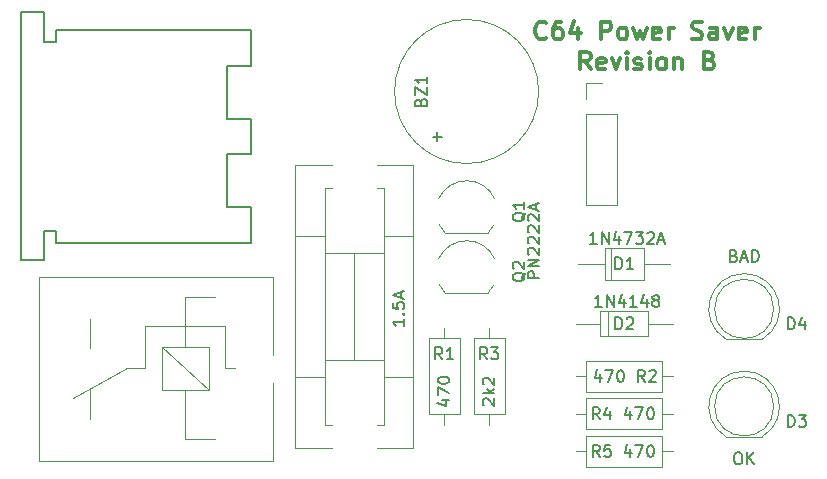
<source format=gto>
G04 #@! TF.FileFunction,Legend,Top*
%FSLAX46Y46*%
G04 Gerber Fmt 4.6, Leading zero omitted, Abs format (unit mm)*
G04 Created by KiCad (PCBNEW 4.0.7) date 09/30/18 16:00:42*
%MOMM*%
%LPD*%
G01*
G04 APERTURE LIST*
%ADD10C,0.100000*%
%ADD11C,0.300000*%
%ADD12C,0.120000*%
%ADD13C,0.150000*%
G04 APERTURE END LIST*
D10*
D11*
X106435002Y-69110714D02*
X106363573Y-69182143D01*
X106149287Y-69253571D01*
X106006430Y-69253571D01*
X105792145Y-69182143D01*
X105649287Y-69039286D01*
X105577859Y-68896429D01*
X105506430Y-68610714D01*
X105506430Y-68396429D01*
X105577859Y-68110714D01*
X105649287Y-67967857D01*
X105792145Y-67825000D01*
X106006430Y-67753571D01*
X106149287Y-67753571D01*
X106363573Y-67825000D01*
X106435002Y-67896429D01*
X107720716Y-67753571D02*
X107435002Y-67753571D01*
X107292145Y-67825000D01*
X107220716Y-67896429D01*
X107077859Y-68110714D01*
X107006430Y-68396429D01*
X107006430Y-68967857D01*
X107077859Y-69110714D01*
X107149287Y-69182143D01*
X107292145Y-69253571D01*
X107577859Y-69253571D01*
X107720716Y-69182143D01*
X107792145Y-69110714D01*
X107863573Y-68967857D01*
X107863573Y-68610714D01*
X107792145Y-68467857D01*
X107720716Y-68396429D01*
X107577859Y-68325000D01*
X107292145Y-68325000D01*
X107149287Y-68396429D01*
X107077859Y-68467857D01*
X107006430Y-68610714D01*
X109149287Y-68253571D02*
X109149287Y-69253571D01*
X108792144Y-67682143D02*
X108435001Y-68753571D01*
X109363573Y-68753571D01*
X111077858Y-69253571D02*
X111077858Y-67753571D01*
X111649286Y-67753571D01*
X111792144Y-67825000D01*
X111863572Y-67896429D01*
X111935001Y-68039286D01*
X111935001Y-68253571D01*
X111863572Y-68396429D01*
X111792144Y-68467857D01*
X111649286Y-68539286D01*
X111077858Y-68539286D01*
X112792144Y-69253571D02*
X112649286Y-69182143D01*
X112577858Y-69110714D01*
X112506429Y-68967857D01*
X112506429Y-68539286D01*
X112577858Y-68396429D01*
X112649286Y-68325000D01*
X112792144Y-68253571D01*
X113006429Y-68253571D01*
X113149286Y-68325000D01*
X113220715Y-68396429D01*
X113292144Y-68539286D01*
X113292144Y-68967857D01*
X113220715Y-69110714D01*
X113149286Y-69182143D01*
X113006429Y-69253571D01*
X112792144Y-69253571D01*
X113792144Y-68253571D02*
X114077858Y-69253571D01*
X114363572Y-68539286D01*
X114649287Y-69253571D01*
X114935001Y-68253571D01*
X116077858Y-69182143D02*
X115935001Y-69253571D01*
X115649287Y-69253571D01*
X115506430Y-69182143D01*
X115435001Y-69039286D01*
X115435001Y-68467857D01*
X115506430Y-68325000D01*
X115649287Y-68253571D01*
X115935001Y-68253571D01*
X116077858Y-68325000D01*
X116149287Y-68467857D01*
X116149287Y-68610714D01*
X115435001Y-68753571D01*
X116792144Y-69253571D02*
X116792144Y-68253571D01*
X116792144Y-68539286D02*
X116863572Y-68396429D01*
X116935001Y-68325000D01*
X117077858Y-68253571D01*
X117220715Y-68253571D01*
X118792143Y-69182143D02*
X119006429Y-69253571D01*
X119363572Y-69253571D01*
X119506429Y-69182143D01*
X119577858Y-69110714D01*
X119649286Y-68967857D01*
X119649286Y-68825000D01*
X119577858Y-68682143D01*
X119506429Y-68610714D01*
X119363572Y-68539286D01*
X119077858Y-68467857D01*
X118935000Y-68396429D01*
X118863572Y-68325000D01*
X118792143Y-68182143D01*
X118792143Y-68039286D01*
X118863572Y-67896429D01*
X118935000Y-67825000D01*
X119077858Y-67753571D01*
X119435000Y-67753571D01*
X119649286Y-67825000D01*
X120935000Y-69253571D02*
X120935000Y-68467857D01*
X120863571Y-68325000D01*
X120720714Y-68253571D01*
X120435000Y-68253571D01*
X120292143Y-68325000D01*
X120935000Y-69182143D02*
X120792143Y-69253571D01*
X120435000Y-69253571D01*
X120292143Y-69182143D01*
X120220714Y-69039286D01*
X120220714Y-68896429D01*
X120292143Y-68753571D01*
X120435000Y-68682143D01*
X120792143Y-68682143D01*
X120935000Y-68610714D01*
X121506429Y-68253571D02*
X121863572Y-69253571D01*
X122220714Y-68253571D01*
X123363571Y-69182143D02*
X123220714Y-69253571D01*
X122935000Y-69253571D01*
X122792143Y-69182143D01*
X122720714Y-69039286D01*
X122720714Y-68467857D01*
X122792143Y-68325000D01*
X122935000Y-68253571D01*
X123220714Y-68253571D01*
X123363571Y-68325000D01*
X123435000Y-68467857D01*
X123435000Y-68610714D01*
X122720714Y-68753571D01*
X124077857Y-69253571D02*
X124077857Y-68253571D01*
X124077857Y-68539286D02*
X124149285Y-68396429D01*
X124220714Y-68325000D01*
X124363571Y-68253571D01*
X124506428Y-68253571D01*
X110185000Y-71803571D02*
X109685000Y-71089286D01*
X109327857Y-71803571D02*
X109327857Y-70303571D01*
X109899285Y-70303571D01*
X110042143Y-70375000D01*
X110113571Y-70446429D01*
X110185000Y-70589286D01*
X110185000Y-70803571D01*
X110113571Y-70946429D01*
X110042143Y-71017857D01*
X109899285Y-71089286D01*
X109327857Y-71089286D01*
X111399285Y-71732143D02*
X111256428Y-71803571D01*
X110970714Y-71803571D01*
X110827857Y-71732143D01*
X110756428Y-71589286D01*
X110756428Y-71017857D01*
X110827857Y-70875000D01*
X110970714Y-70803571D01*
X111256428Y-70803571D01*
X111399285Y-70875000D01*
X111470714Y-71017857D01*
X111470714Y-71160714D01*
X110756428Y-71303571D01*
X111970714Y-70803571D02*
X112327857Y-71803571D01*
X112684999Y-70803571D01*
X113256428Y-71803571D02*
X113256428Y-70803571D01*
X113256428Y-70303571D02*
X113184999Y-70375000D01*
X113256428Y-70446429D01*
X113327856Y-70375000D01*
X113256428Y-70303571D01*
X113256428Y-70446429D01*
X113899285Y-71732143D02*
X114042142Y-71803571D01*
X114327857Y-71803571D01*
X114470714Y-71732143D01*
X114542142Y-71589286D01*
X114542142Y-71517857D01*
X114470714Y-71375000D01*
X114327857Y-71303571D01*
X114113571Y-71303571D01*
X113970714Y-71232143D01*
X113899285Y-71089286D01*
X113899285Y-71017857D01*
X113970714Y-70875000D01*
X114113571Y-70803571D01*
X114327857Y-70803571D01*
X114470714Y-70875000D01*
X115185000Y-71803571D02*
X115185000Y-70803571D01*
X115185000Y-70303571D02*
X115113571Y-70375000D01*
X115185000Y-70446429D01*
X115256428Y-70375000D01*
X115185000Y-70303571D01*
X115185000Y-70446429D01*
X116113572Y-71803571D02*
X115970714Y-71732143D01*
X115899286Y-71660714D01*
X115827857Y-71517857D01*
X115827857Y-71089286D01*
X115899286Y-70946429D01*
X115970714Y-70875000D01*
X116113572Y-70803571D01*
X116327857Y-70803571D01*
X116470714Y-70875000D01*
X116542143Y-70946429D01*
X116613572Y-71089286D01*
X116613572Y-71517857D01*
X116542143Y-71660714D01*
X116470714Y-71732143D01*
X116327857Y-71803571D01*
X116113572Y-71803571D01*
X117256429Y-70803571D02*
X117256429Y-71803571D01*
X117256429Y-70946429D02*
X117327857Y-70875000D01*
X117470715Y-70803571D01*
X117685000Y-70803571D01*
X117827857Y-70875000D01*
X117899286Y-71017857D01*
X117899286Y-71803571D01*
X120256429Y-71017857D02*
X120470715Y-71089286D01*
X120542143Y-71160714D01*
X120613572Y-71303571D01*
X120613572Y-71517857D01*
X120542143Y-71660714D01*
X120470715Y-71732143D01*
X120327857Y-71803571D01*
X119756429Y-71803571D01*
X119756429Y-70303571D01*
X120256429Y-70303571D01*
X120399286Y-70375000D01*
X120470715Y-70446429D01*
X120542143Y-70589286D01*
X120542143Y-70732143D01*
X120470715Y-70875000D01*
X120399286Y-70946429D01*
X120256429Y-71017857D01*
X119756429Y-71017857D01*
D12*
X110970000Y-92285000D02*
X110970000Y-94405000D01*
X110970000Y-94405000D02*
X115090000Y-94405000D01*
X115090000Y-94405000D02*
X115090000Y-92285000D01*
X115090000Y-92285000D02*
X110970000Y-92285000D01*
X108930000Y-93345000D02*
X110970000Y-93345000D01*
X117130000Y-93345000D02*
X115090000Y-93345000D01*
X111630000Y-92285000D02*
X111630000Y-94405000D01*
X123190462Y-97340000D02*
G75*
G03X121645170Y-102890000I-462J-2990000D01*
G01*
X123189538Y-97340000D02*
G75*
G02X124734830Y-102890000I462J-2990000D01*
G01*
X125690000Y-100330000D02*
G75*
G03X125690000Y-100330000I-2500000J0D01*
G01*
X121645000Y-102890000D02*
X124735000Y-102890000D01*
X123190462Y-89085000D02*
G75*
G03X121645170Y-94635000I-462J-2990000D01*
G01*
X123189538Y-89085000D02*
G75*
G02X124734830Y-94635000I462J-2990000D01*
G01*
X125690000Y-92075000D02*
G75*
G03X125690000Y-92075000I-2500000J0D01*
G01*
X121645000Y-94635000D02*
X124735000Y-94635000D01*
X87670000Y-97870000D02*
X85170000Y-97870000D01*
X95170000Y-97870000D02*
X92670000Y-97870000D01*
X95170000Y-85870000D02*
X92670000Y-85870000D01*
X85170000Y-85870000D02*
X87670000Y-85870000D01*
X90170000Y-96370000D02*
X90170000Y-87370000D01*
X87670000Y-96370000D02*
X92670000Y-96370000D01*
X87670000Y-87370000D02*
X92670000Y-87370000D01*
X88270000Y-81870000D02*
X87670000Y-81870000D01*
X92070000Y-101870000D02*
X92670000Y-101870000D01*
X92670000Y-101870000D02*
X92670000Y-81870000D01*
X92670000Y-81870000D02*
X92070000Y-81870000D01*
X87670000Y-81870000D02*
X87670000Y-101870000D01*
X87670000Y-101870000D02*
X88270000Y-101870000D01*
X88270000Y-79870000D02*
X85170000Y-79870000D01*
X92070000Y-103870000D02*
X95170000Y-103870000D01*
X95170000Y-103870000D02*
X95170000Y-79870000D01*
X95170000Y-79870000D02*
X92070000Y-79870000D01*
X85170000Y-79870000D02*
X85170000Y-103870000D01*
X85170000Y-103870000D02*
X88270000Y-103870000D01*
X83315000Y-95955000D02*
X83315000Y-89355000D01*
X83315000Y-104955000D02*
X83315000Y-98355000D01*
X83315000Y-104955000D02*
X63515000Y-104955000D01*
X63515000Y-104955000D02*
X63515000Y-89355000D01*
X63515000Y-89355000D02*
X83315000Y-89355000D01*
X67765000Y-92955000D02*
X67765000Y-95405000D01*
X67765000Y-101355000D02*
X67765000Y-98855000D01*
X78365000Y-91105000D02*
X75865000Y-91105000D01*
X79265000Y-97105000D02*
X80065000Y-97105000D01*
X75865000Y-103105000D02*
X78365000Y-103105000D01*
X72465000Y-97105000D02*
X70965000Y-97105000D01*
X70965000Y-97105000D02*
X66365000Y-99605000D01*
X72465000Y-93505000D02*
X79265000Y-93505000D01*
X72465000Y-97105000D02*
X72465000Y-93505000D01*
X79265000Y-97105000D02*
X79265000Y-93505000D01*
X75865000Y-103105000D02*
X75865000Y-98905000D01*
X75865000Y-95305000D02*
X75865000Y-91105000D01*
X73865000Y-95305000D02*
X77865000Y-98905000D01*
X77865000Y-95305000D02*
X77865000Y-98905000D01*
X77865000Y-98905000D02*
X73865000Y-98905000D01*
X73865000Y-98905000D02*
X73865000Y-95305000D01*
X73865000Y-95305000D02*
X77865000Y-95305000D01*
X96480000Y-101000000D02*
X99100000Y-101000000D01*
X99100000Y-101000000D02*
X99100000Y-94580000D01*
X99100000Y-94580000D02*
X96480000Y-94580000D01*
X96480000Y-94580000D02*
X96480000Y-101000000D01*
X97790000Y-101890000D02*
X97790000Y-101000000D01*
X97790000Y-93690000D02*
X97790000Y-94580000D01*
X109820000Y-96480000D02*
X109820000Y-99100000D01*
X109820000Y-99100000D02*
X116240000Y-99100000D01*
X116240000Y-99100000D02*
X116240000Y-96480000D01*
X116240000Y-96480000D02*
X109820000Y-96480000D01*
X108930000Y-97790000D02*
X109820000Y-97790000D01*
X117130000Y-97790000D02*
X116240000Y-97790000D01*
X100290000Y-101000000D02*
X102910000Y-101000000D01*
X102910000Y-101000000D02*
X102910000Y-94580000D01*
X102910000Y-94580000D02*
X100290000Y-94580000D01*
X100290000Y-94580000D02*
X100290000Y-101000000D01*
X101600000Y-101890000D02*
X101600000Y-101000000D01*
X101600000Y-93690000D02*
X101600000Y-94580000D01*
X109820000Y-99655000D02*
X109820000Y-102275000D01*
X109820000Y-102275000D02*
X116240000Y-102275000D01*
X116240000Y-102275000D02*
X116240000Y-99655000D01*
X116240000Y-99655000D02*
X109820000Y-99655000D01*
X108930000Y-100965000D02*
X109820000Y-100965000D01*
X117130000Y-100965000D02*
X116240000Y-100965000D01*
X109820000Y-102830000D02*
X109820000Y-105450000D01*
X109820000Y-105450000D02*
X116240000Y-105450000D01*
X116240000Y-105450000D02*
X116240000Y-102830000D01*
X116240000Y-102830000D02*
X109820000Y-102830000D01*
X108930000Y-104140000D02*
X109820000Y-104140000D01*
X117130000Y-104140000D02*
X116240000Y-104140000D01*
X97895000Y-85670000D02*
X101495000Y-85670000D01*
X97370816Y-84942795D02*
G75*
G03X97895000Y-85670000I2324184J1122795D01*
G01*
X97338600Y-82721193D02*
G75*
G02X99695000Y-81220000I2356400J-1098807D01*
G01*
X102051400Y-82721193D02*
G75*
G03X99695000Y-81220000I-2356400J-1098807D01*
G01*
X102019184Y-84942795D02*
G75*
G02X101495000Y-85670000I-2324184J1122795D01*
G01*
X97895000Y-90750000D02*
X101495000Y-90750000D01*
X97370816Y-90022795D02*
G75*
G03X97895000Y-90750000I2324184J1122795D01*
G01*
X97338600Y-87801193D02*
G75*
G02X99695000Y-86300000I2356400J-1098807D01*
G01*
X102051400Y-87801193D02*
G75*
G03X99695000Y-86300000I-2356400J-1098807D01*
G01*
X102019184Y-90022795D02*
G75*
G02X101495000Y-90750000I-2324184J1122795D01*
G01*
D13*
X63930000Y-87970000D02*
X63930000Y-86970000D01*
X63930000Y-87970000D02*
X62930000Y-87970000D01*
X62930000Y-66970000D02*
X61930000Y-66970000D01*
X61930000Y-66970000D02*
X61930000Y-68470000D01*
X63930000Y-86970000D02*
X63930000Y-86470000D01*
X61930000Y-87970000D02*
X61930000Y-86470000D01*
X62930000Y-87970000D02*
X61930000Y-87970000D01*
X61930000Y-68470000D02*
X61930000Y-86470000D01*
X64930000Y-86470000D02*
X64930000Y-85470000D01*
X64930000Y-85470000D02*
X63930000Y-85470000D01*
X63930000Y-85470000D02*
X63930000Y-86470000D01*
X63930000Y-66970000D02*
X62930000Y-66970000D01*
X64930000Y-68470000D02*
X64930000Y-69470000D01*
X64930000Y-69470000D02*
X63930000Y-69470000D01*
X63930000Y-69470000D02*
X63930000Y-66970000D01*
X64930000Y-86470000D02*
X81430000Y-86470000D01*
X64930000Y-68470000D02*
X81430000Y-68470000D01*
X79430000Y-75970000D02*
X79430000Y-71470000D01*
X79430000Y-75970000D02*
X81430000Y-75970000D01*
X81430000Y-75970000D02*
X81430000Y-78970000D01*
X81430000Y-78970000D02*
X79430000Y-78970000D01*
X79430000Y-78970000D02*
X79430000Y-83470000D01*
X81430000Y-86470000D02*
X81430000Y-83470000D01*
X81430000Y-83470000D02*
X79430000Y-83470000D01*
X81430000Y-68470000D02*
X81430000Y-71470000D01*
X81430000Y-71470000D02*
X79430000Y-71470000D01*
D12*
X111370000Y-86905000D02*
X111370000Y-89625000D01*
X111370000Y-89625000D02*
X114690000Y-89625000D01*
X114690000Y-89625000D02*
X114690000Y-86905000D01*
X114690000Y-86905000D02*
X111370000Y-86905000D01*
X109130000Y-88265000D02*
X111370000Y-88265000D01*
X116930000Y-88265000D02*
X114690000Y-88265000D01*
X111910000Y-86905000D02*
X111910000Y-89625000D01*
X109795000Y-83245000D02*
X112455000Y-83245000D01*
X109795000Y-75565000D02*
X109795000Y-83245000D01*
X112455000Y-75565000D02*
X112455000Y-83245000D01*
X109795000Y-75565000D02*
X112455000Y-75565000D01*
X109795000Y-74295000D02*
X109795000Y-72965000D01*
X109795000Y-72965000D02*
X111125000Y-72965000D01*
X105795000Y-73670000D02*
G75*
G03X105795000Y-73670000I-6100000J0D01*
G01*
D13*
X112291905Y-93797381D02*
X112291905Y-92797381D01*
X112530000Y-92797381D01*
X112672858Y-92845000D01*
X112768096Y-92940238D01*
X112815715Y-93035476D01*
X112863334Y-93225952D01*
X112863334Y-93368810D01*
X112815715Y-93559286D01*
X112768096Y-93654524D01*
X112672858Y-93749762D01*
X112530000Y-93797381D01*
X112291905Y-93797381D01*
X113244286Y-92892619D02*
X113291905Y-92845000D01*
X113387143Y-92797381D01*
X113625239Y-92797381D01*
X113720477Y-92845000D01*
X113768096Y-92892619D01*
X113815715Y-92987857D01*
X113815715Y-93083095D01*
X113768096Y-93225952D01*
X113196667Y-93797381D01*
X113815715Y-93797381D01*
X111141143Y-91892381D02*
X110569714Y-91892381D01*
X110855428Y-91892381D02*
X110855428Y-90892381D01*
X110760190Y-91035238D01*
X110664952Y-91130476D01*
X110569714Y-91178095D01*
X111569714Y-91892381D02*
X111569714Y-90892381D01*
X112141143Y-91892381D01*
X112141143Y-90892381D01*
X113045905Y-91225714D02*
X113045905Y-91892381D01*
X112807809Y-90844762D02*
X112569714Y-91559048D01*
X113188762Y-91559048D01*
X114093524Y-91892381D02*
X113522095Y-91892381D01*
X113807809Y-91892381D02*
X113807809Y-90892381D01*
X113712571Y-91035238D01*
X113617333Y-91130476D01*
X113522095Y-91178095D01*
X114950667Y-91225714D02*
X114950667Y-91892381D01*
X114712571Y-90844762D02*
X114474476Y-91559048D01*
X115093524Y-91559048D01*
X115617333Y-91320952D02*
X115522095Y-91273333D01*
X115474476Y-91225714D01*
X115426857Y-91130476D01*
X115426857Y-91082857D01*
X115474476Y-90987619D01*
X115522095Y-90940000D01*
X115617333Y-90892381D01*
X115807810Y-90892381D01*
X115903048Y-90940000D01*
X115950667Y-90987619D01*
X115998286Y-91082857D01*
X115998286Y-91130476D01*
X115950667Y-91225714D01*
X115903048Y-91273333D01*
X115807810Y-91320952D01*
X115617333Y-91320952D01*
X115522095Y-91368571D01*
X115474476Y-91416190D01*
X115426857Y-91511429D01*
X115426857Y-91701905D01*
X115474476Y-91797143D01*
X115522095Y-91844762D01*
X115617333Y-91892381D01*
X115807810Y-91892381D01*
X115903048Y-91844762D01*
X115950667Y-91797143D01*
X115998286Y-91701905D01*
X115998286Y-91511429D01*
X115950667Y-91416190D01*
X115903048Y-91368571D01*
X115807810Y-91320952D01*
X126896905Y-102052381D02*
X126896905Y-101052381D01*
X127135000Y-101052381D01*
X127277858Y-101100000D01*
X127373096Y-101195238D01*
X127420715Y-101290476D01*
X127468334Y-101480952D01*
X127468334Y-101623810D01*
X127420715Y-101814286D01*
X127373096Y-101909524D01*
X127277858Y-102004762D01*
X127135000Y-102052381D01*
X126896905Y-102052381D01*
X127801667Y-101052381D02*
X128420715Y-101052381D01*
X128087381Y-101433333D01*
X128230239Y-101433333D01*
X128325477Y-101480952D01*
X128373096Y-101528571D01*
X128420715Y-101623810D01*
X128420715Y-101861905D01*
X128373096Y-101957143D01*
X128325477Y-102004762D01*
X128230239Y-102052381D01*
X127944524Y-102052381D01*
X127849286Y-102004762D01*
X127801667Y-101957143D01*
X122594762Y-104227381D02*
X122785239Y-104227381D01*
X122880477Y-104275000D01*
X122975715Y-104370238D01*
X123023334Y-104560714D01*
X123023334Y-104894048D01*
X122975715Y-105084524D01*
X122880477Y-105179762D01*
X122785239Y-105227381D01*
X122594762Y-105227381D01*
X122499524Y-105179762D01*
X122404286Y-105084524D01*
X122356667Y-104894048D01*
X122356667Y-104560714D01*
X122404286Y-104370238D01*
X122499524Y-104275000D01*
X122594762Y-104227381D01*
X123451905Y-105227381D02*
X123451905Y-104227381D01*
X124023334Y-105227381D02*
X123594762Y-104655952D01*
X124023334Y-104227381D02*
X123451905Y-104798810D01*
X126896905Y-93797381D02*
X126896905Y-92797381D01*
X127135000Y-92797381D01*
X127277858Y-92845000D01*
X127373096Y-92940238D01*
X127420715Y-93035476D01*
X127468334Y-93225952D01*
X127468334Y-93368810D01*
X127420715Y-93559286D01*
X127373096Y-93654524D01*
X127277858Y-93749762D01*
X127135000Y-93797381D01*
X126896905Y-93797381D01*
X128325477Y-93130714D02*
X128325477Y-93797381D01*
X128087381Y-92749762D02*
X127849286Y-93464048D01*
X128468334Y-93464048D01*
X122332858Y-87558571D02*
X122475715Y-87606190D01*
X122523334Y-87653810D01*
X122570953Y-87749048D01*
X122570953Y-87891905D01*
X122523334Y-87987143D01*
X122475715Y-88034762D01*
X122380477Y-88082381D01*
X121999524Y-88082381D01*
X121999524Y-87082381D01*
X122332858Y-87082381D01*
X122428096Y-87130000D01*
X122475715Y-87177619D01*
X122523334Y-87272857D01*
X122523334Y-87368095D01*
X122475715Y-87463333D01*
X122428096Y-87510952D01*
X122332858Y-87558571D01*
X121999524Y-87558571D01*
X122951905Y-87796667D02*
X123428096Y-87796667D01*
X122856667Y-88082381D02*
X123190000Y-87082381D01*
X123523334Y-88082381D01*
X123856667Y-88082381D02*
X123856667Y-87082381D01*
X124094762Y-87082381D01*
X124237620Y-87130000D01*
X124332858Y-87225238D01*
X124380477Y-87320476D01*
X124428096Y-87510952D01*
X124428096Y-87653810D01*
X124380477Y-87844286D01*
X124332858Y-87939524D01*
X124237620Y-88034762D01*
X124094762Y-88082381D01*
X123856667Y-88082381D01*
X94432381Y-92932142D02*
X94432381Y-93503571D01*
X94432381Y-93217857D02*
X93432381Y-93217857D01*
X93575238Y-93313095D01*
X93670476Y-93408333D01*
X93718095Y-93503571D01*
X94337143Y-92503571D02*
X94384762Y-92455952D01*
X94432381Y-92503571D01*
X94384762Y-92551190D01*
X94337143Y-92503571D01*
X94432381Y-92503571D01*
X93432381Y-91551190D02*
X93432381Y-92027381D01*
X93908571Y-92075000D01*
X93860952Y-92027381D01*
X93813333Y-91932143D01*
X93813333Y-91694047D01*
X93860952Y-91598809D01*
X93908571Y-91551190D01*
X94003810Y-91503571D01*
X94241905Y-91503571D01*
X94337143Y-91551190D01*
X94384762Y-91598809D01*
X94432381Y-91694047D01*
X94432381Y-91932143D01*
X94384762Y-92027381D01*
X94337143Y-92075000D01*
X94146667Y-91122619D02*
X94146667Y-90646428D01*
X94432381Y-91217857D02*
X93432381Y-90884524D01*
X94432381Y-90551190D01*
X97623334Y-96337381D02*
X97290000Y-95861190D01*
X97051905Y-96337381D02*
X97051905Y-95337381D01*
X97432858Y-95337381D01*
X97528096Y-95385000D01*
X97575715Y-95432619D01*
X97623334Y-95527857D01*
X97623334Y-95670714D01*
X97575715Y-95765952D01*
X97528096Y-95813571D01*
X97432858Y-95861190D01*
X97051905Y-95861190D01*
X98575715Y-96337381D02*
X98004286Y-96337381D01*
X98290000Y-96337381D02*
X98290000Y-95337381D01*
X98194762Y-95480238D01*
X98099524Y-95575476D01*
X98004286Y-95623095D01*
X97575714Y-99821904D02*
X98242381Y-99821904D01*
X97194762Y-100060000D02*
X97909048Y-100298095D01*
X97909048Y-99679047D01*
X97242381Y-99393333D02*
X97242381Y-98726666D01*
X98242381Y-99155238D01*
X97242381Y-98155238D02*
X97242381Y-98059999D01*
X97290000Y-97964761D01*
X97337619Y-97917142D01*
X97432857Y-97869523D01*
X97623333Y-97821904D01*
X97861429Y-97821904D01*
X98051905Y-97869523D01*
X98147143Y-97917142D01*
X98194762Y-97964761D01*
X98242381Y-98059999D01*
X98242381Y-98155238D01*
X98194762Y-98250476D01*
X98147143Y-98298095D01*
X98051905Y-98345714D01*
X97861429Y-98393333D01*
X97623333Y-98393333D01*
X97432857Y-98345714D01*
X97337619Y-98298095D01*
X97290000Y-98250476D01*
X97242381Y-98155238D01*
X114768334Y-98242381D02*
X114435000Y-97766190D01*
X114196905Y-98242381D02*
X114196905Y-97242381D01*
X114577858Y-97242381D01*
X114673096Y-97290000D01*
X114720715Y-97337619D01*
X114768334Y-97432857D01*
X114768334Y-97575714D01*
X114720715Y-97670952D01*
X114673096Y-97718571D01*
X114577858Y-97766190D01*
X114196905Y-97766190D01*
X115149286Y-97337619D02*
X115196905Y-97290000D01*
X115292143Y-97242381D01*
X115530239Y-97242381D01*
X115625477Y-97290000D01*
X115673096Y-97337619D01*
X115720715Y-97432857D01*
X115720715Y-97528095D01*
X115673096Y-97670952D01*
X115101667Y-98242381D01*
X115720715Y-98242381D01*
X110998096Y-97575714D02*
X110998096Y-98242381D01*
X110760000Y-97194762D02*
X110521905Y-97909048D01*
X111140953Y-97909048D01*
X111426667Y-97242381D02*
X112093334Y-97242381D01*
X111664762Y-98242381D01*
X112664762Y-97242381D02*
X112760001Y-97242381D01*
X112855239Y-97290000D01*
X112902858Y-97337619D01*
X112950477Y-97432857D01*
X112998096Y-97623333D01*
X112998096Y-97861429D01*
X112950477Y-98051905D01*
X112902858Y-98147143D01*
X112855239Y-98194762D01*
X112760001Y-98242381D01*
X112664762Y-98242381D01*
X112569524Y-98194762D01*
X112521905Y-98147143D01*
X112474286Y-98051905D01*
X112426667Y-97861429D01*
X112426667Y-97623333D01*
X112474286Y-97432857D01*
X112521905Y-97337619D01*
X112569524Y-97290000D01*
X112664762Y-97242381D01*
X101433334Y-96337381D02*
X101100000Y-95861190D01*
X100861905Y-96337381D02*
X100861905Y-95337381D01*
X101242858Y-95337381D01*
X101338096Y-95385000D01*
X101385715Y-95432619D01*
X101433334Y-95527857D01*
X101433334Y-95670714D01*
X101385715Y-95765952D01*
X101338096Y-95813571D01*
X101242858Y-95861190D01*
X100861905Y-95861190D01*
X101766667Y-95337381D02*
X102385715Y-95337381D01*
X102052381Y-95718333D01*
X102195239Y-95718333D01*
X102290477Y-95765952D01*
X102338096Y-95813571D01*
X102385715Y-95908810D01*
X102385715Y-96146905D01*
X102338096Y-96242143D01*
X102290477Y-96289762D01*
X102195239Y-96337381D01*
X101909524Y-96337381D01*
X101814286Y-96289762D01*
X101766667Y-96242143D01*
X101147619Y-100226667D02*
X101100000Y-100179048D01*
X101052381Y-100083810D01*
X101052381Y-99845714D01*
X101100000Y-99750476D01*
X101147619Y-99702857D01*
X101242857Y-99655238D01*
X101338095Y-99655238D01*
X101480952Y-99702857D01*
X102052381Y-100274286D01*
X102052381Y-99655238D01*
X102052381Y-99226667D02*
X101052381Y-99226667D01*
X101671429Y-99131429D02*
X102052381Y-98845714D01*
X101385714Y-98845714D02*
X101766667Y-99226667D01*
X101147619Y-98464762D02*
X101100000Y-98417143D01*
X101052381Y-98321905D01*
X101052381Y-98083809D01*
X101100000Y-97988571D01*
X101147619Y-97940952D01*
X101242857Y-97893333D01*
X101338095Y-97893333D01*
X101480952Y-97940952D01*
X102052381Y-98512381D01*
X102052381Y-97893333D01*
X110958334Y-101417381D02*
X110625000Y-100941190D01*
X110386905Y-101417381D02*
X110386905Y-100417381D01*
X110767858Y-100417381D01*
X110863096Y-100465000D01*
X110910715Y-100512619D01*
X110958334Y-100607857D01*
X110958334Y-100750714D01*
X110910715Y-100845952D01*
X110863096Y-100893571D01*
X110767858Y-100941190D01*
X110386905Y-100941190D01*
X111815477Y-100750714D02*
X111815477Y-101417381D01*
X111577381Y-100369762D02*
X111339286Y-101084048D01*
X111958334Y-101084048D01*
X113538096Y-100750714D02*
X113538096Y-101417381D01*
X113300000Y-100369762D02*
X113061905Y-101084048D01*
X113680953Y-101084048D01*
X113966667Y-100417381D02*
X114633334Y-100417381D01*
X114204762Y-101417381D01*
X115204762Y-100417381D02*
X115300001Y-100417381D01*
X115395239Y-100465000D01*
X115442858Y-100512619D01*
X115490477Y-100607857D01*
X115538096Y-100798333D01*
X115538096Y-101036429D01*
X115490477Y-101226905D01*
X115442858Y-101322143D01*
X115395239Y-101369762D01*
X115300001Y-101417381D01*
X115204762Y-101417381D01*
X115109524Y-101369762D01*
X115061905Y-101322143D01*
X115014286Y-101226905D01*
X114966667Y-101036429D01*
X114966667Y-100798333D01*
X115014286Y-100607857D01*
X115061905Y-100512619D01*
X115109524Y-100465000D01*
X115204762Y-100417381D01*
X110958334Y-104592381D02*
X110625000Y-104116190D01*
X110386905Y-104592381D02*
X110386905Y-103592381D01*
X110767858Y-103592381D01*
X110863096Y-103640000D01*
X110910715Y-103687619D01*
X110958334Y-103782857D01*
X110958334Y-103925714D01*
X110910715Y-104020952D01*
X110863096Y-104068571D01*
X110767858Y-104116190D01*
X110386905Y-104116190D01*
X111863096Y-103592381D02*
X111386905Y-103592381D01*
X111339286Y-104068571D01*
X111386905Y-104020952D01*
X111482143Y-103973333D01*
X111720239Y-103973333D01*
X111815477Y-104020952D01*
X111863096Y-104068571D01*
X111910715Y-104163810D01*
X111910715Y-104401905D01*
X111863096Y-104497143D01*
X111815477Y-104544762D01*
X111720239Y-104592381D01*
X111482143Y-104592381D01*
X111386905Y-104544762D01*
X111339286Y-104497143D01*
X113538096Y-103925714D02*
X113538096Y-104592381D01*
X113300000Y-103544762D02*
X113061905Y-104259048D01*
X113680953Y-104259048D01*
X113966667Y-103592381D02*
X114633334Y-103592381D01*
X114204762Y-104592381D01*
X115204762Y-103592381D02*
X115300001Y-103592381D01*
X115395239Y-103640000D01*
X115442858Y-103687619D01*
X115490477Y-103782857D01*
X115538096Y-103973333D01*
X115538096Y-104211429D01*
X115490477Y-104401905D01*
X115442858Y-104497143D01*
X115395239Y-104544762D01*
X115300001Y-104592381D01*
X115204762Y-104592381D01*
X115109524Y-104544762D01*
X115061905Y-104497143D01*
X115014286Y-104401905D01*
X114966667Y-104211429D01*
X114966667Y-103973333D01*
X115014286Y-103782857D01*
X115061905Y-103687619D01*
X115109524Y-103640000D01*
X115204762Y-103592381D01*
X104687619Y-83915238D02*
X104640000Y-84010476D01*
X104544762Y-84105714D01*
X104401905Y-84248571D01*
X104354286Y-84343810D01*
X104354286Y-84439048D01*
X104592381Y-84391429D02*
X104544762Y-84486667D01*
X104449524Y-84581905D01*
X104259048Y-84629524D01*
X103925714Y-84629524D01*
X103735238Y-84581905D01*
X103640000Y-84486667D01*
X103592381Y-84391429D01*
X103592381Y-84200952D01*
X103640000Y-84105714D01*
X103735238Y-84010476D01*
X103925714Y-83962857D01*
X104259048Y-83962857D01*
X104449524Y-84010476D01*
X104544762Y-84105714D01*
X104592381Y-84200952D01*
X104592381Y-84391429D01*
X104592381Y-83010476D02*
X104592381Y-83581905D01*
X104592381Y-83296191D02*
X103592381Y-83296191D01*
X103735238Y-83391429D01*
X103830476Y-83486667D01*
X103878095Y-83581905D01*
X105862381Y-89479048D02*
X104862381Y-89479048D01*
X104862381Y-89098095D01*
X104910000Y-89002857D01*
X104957619Y-88955238D01*
X105052857Y-88907619D01*
X105195714Y-88907619D01*
X105290952Y-88955238D01*
X105338571Y-89002857D01*
X105386190Y-89098095D01*
X105386190Y-89479048D01*
X105862381Y-88479048D02*
X104862381Y-88479048D01*
X105862381Y-87907619D01*
X104862381Y-87907619D01*
X104957619Y-87479048D02*
X104910000Y-87431429D01*
X104862381Y-87336191D01*
X104862381Y-87098095D01*
X104910000Y-87002857D01*
X104957619Y-86955238D01*
X105052857Y-86907619D01*
X105148095Y-86907619D01*
X105290952Y-86955238D01*
X105862381Y-87526667D01*
X105862381Y-86907619D01*
X104957619Y-86526667D02*
X104910000Y-86479048D01*
X104862381Y-86383810D01*
X104862381Y-86145714D01*
X104910000Y-86050476D01*
X104957619Y-86002857D01*
X105052857Y-85955238D01*
X105148095Y-85955238D01*
X105290952Y-86002857D01*
X105862381Y-86574286D01*
X105862381Y-85955238D01*
X104957619Y-85574286D02*
X104910000Y-85526667D01*
X104862381Y-85431429D01*
X104862381Y-85193333D01*
X104910000Y-85098095D01*
X104957619Y-85050476D01*
X105052857Y-85002857D01*
X105148095Y-85002857D01*
X105290952Y-85050476D01*
X105862381Y-85621905D01*
X105862381Y-85002857D01*
X104957619Y-84621905D02*
X104910000Y-84574286D01*
X104862381Y-84479048D01*
X104862381Y-84240952D01*
X104910000Y-84145714D01*
X104957619Y-84098095D01*
X105052857Y-84050476D01*
X105148095Y-84050476D01*
X105290952Y-84098095D01*
X105862381Y-84669524D01*
X105862381Y-84050476D01*
X105576667Y-83669524D02*
X105576667Y-83193333D01*
X105862381Y-83764762D02*
X104862381Y-83431429D01*
X105862381Y-83098095D01*
X104687619Y-88995238D02*
X104640000Y-89090476D01*
X104544762Y-89185714D01*
X104401905Y-89328571D01*
X104354286Y-89423810D01*
X104354286Y-89519048D01*
X104592381Y-89471429D02*
X104544762Y-89566667D01*
X104449524Y-89661905D01*
X104259048Y-89709524D01*
X103925714Y-89709524D01*
X103735238Y-89661905D01*
X103640000Y-89566667D01*
X103592381Y-89471429D01*
X103592381Y-89280952D01*
X103640000Y-89185714D01*
X103735238Y-89090476D01*
X103925714Y-89042857D01*
X104259048Y-89042857D01*
X104449524Y-89090476D01*
X104544762Y-89185714D01*
X104592381Y-89280952D01*
X104592381Y-89471429D01*
X103687619Y-88661905D02*
X103640000Y-88614286D01*
X103592381Y-88519048D01*
X103592381Y-88280952D01*
X103640000Y-88185714D01*
X103687619Y-88138095D01*
X103782857Y-88090476D01*
X103878095Y-88090476D01*
X104020952Y-88138095D01*
X104592381Y-88709524D01*
X104592381Y-88090476D01*
X112291905Y-88717381D02*
X112291905Y-87717381D01*
X112530000Y-87717381D01*
X112672858Y-87765000D01*
X112768096Y-87860238D01*
X112815715Y-87955476D01*
X112863334Y-88145952D01*
X112863334Y-88288810D01*
X112815715Y-88479286D01*
X112768096Y-88574524D01*
X112672858Y-88669762D01*
X112530000Y-88717381D01*
X112291905Y-88717381D01*
X113815715Y-88717381D02*
X113244286Y-88717381D01*
X113530000Y-88717381D02*
X113530000Y-87717381D01*
X113434762Y-87860238D01*
X113339524Y-87955476D01*
X113244286Y-88003095D01*
X110712572Y-86558381D02*
X110141143Y-86558381D01*
X110426857Y-86558381D02*
X110426857Y-85558381D01*
X110331619Y-85701238D01*
X110236381Y-85796476D01*
X110141143Y-85844095D01*
X111141143Y-86558381D02*
X111141143Y-85558381D01*
X111712572Y-86558381D01*
X111712572Y-85558381D01*
X112617334Y-85891714D02*
X112617334Y-86558381D01*
X112379238Y-85510762D02*
X112141143Y-86225048D01*
X112760191Y-86225048D01*
X113045905Y-85558381D02*
X113712572Y-85558381D01*
X113284000Y-86558381D01*
X113998286Y-85558381D02*
X114617334Y-85558381D01*
X114284000Y-85939333D01*
X114426858Y-85939333D01*
X114522096Y-85986952D01*
X114569715Y-86034571D01*
X114617334Y-86129810D01*
X114617334Y-86367905D01*
X114569715Y-86463143D01*
X114522096Y-86510762D01*
X114426858Y-86558381D01*
X114141143Y-86558381D01*
X114045905Y-86510762D01*
X113998286Y-86463143D01*
X114998286Y-85653619D02*
X115045905Y-85606000D01*
X115141143Y-85558381D01*
X115379239Y-85558381D01*
X115474477Y-85606000D01*
X115522096Y-85653619D01*
X115569715Y-85748857D01*
X115569715Y-85844095D01*
X115522096Y-85986952D01*
X114950667Y-86558381D01*
X115569715Y-86558381D01*
X115950667Y-86272667D02*
X116426858Y-86272667D01*
X115855429Y-86558381D02*
X116188762Y-85558381D01*
X116522096Y-86558381D01*
X95813571Y-74540952D02*
X95861190Y-74398095D01*
X95908810Y-74350476D01*
X96004048Y-74302857D01*
X96146905Y-74302857D01*
X96242143Y-74350476D01*
X96289762Y-74398095D01*
X96337381Y-74493333D01*
X96337381Y-74874286D01*
X95337381Y-74874286D01*
X95337381Y-74540952D01*
X95385000Y-74445714D01*
X95432619Y-74398095D01*
X95527857Y-74350476D01*
X95623095Y-74350476D01*
X95718333Y-74398095D01*
X95765952Y-74445714D01*
X95813571Y-74540952D01*
X95813571Y-74874286D01*
X95337381Y-73969524D02*
X95337381Y-73302857D01*
X96337381Y-73969524D01*
X96337381Y-73302857D01*
X96337381Y-72398095D02*
X96337381Y-72969524D01*
X96337381Y-72683810D02*
X95337381Y-72683810D01*
X95480238Y-72779048D01*
X95575476Y-72874286D01*
X95623095Y-72969524D01*
X97226429Y-77860952D02*
X97226429Y-77099047D01*
X97607381Y-77479999D02*
X96845476Y-77479999D01*
M02*

</source>
